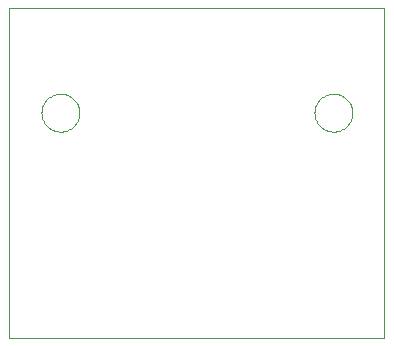
<source format=gtp>
G75*
G70*
%OFA0B0*%
%FSLAX24Y24*%
%IPPOS*%
%LPD*%
%AMOC8*
5,1,8,0,0,1.08239X$1,22.5*
%
%ADD10C,0.0000*%
D10*
X000100Y000100D02*
X000100Y011100D01*
X012600Y011100D01*
X012600Y000100D01*
X000100Y000100D01*
X001170Y007600D02*
X001172Y007650D01*
X001178Y007700D01*
X001188Y007749D01*
X001202Y007797D01*
X001219Y007844D01*
X001240Y007889D01*
X001265Y007933D01*
X001293Y007974D01*
X001325Y008013D01*
X001359Y008050D01*
X001396Y008084D01*
X001436Y008114D01*
X001478Y008141D01*
X001522Y008165D01*
X001568Y008186D01*
X001615Y008202D01*
X001663Y008215D01*
X001713Y008224D01*
X001762Y008229D01*
X001813Y008230D01*
X001863Y008227D01*
X001912Y008220D01*
X001961Y008209D01*
X002009Y008194D01*
X002055Y008176D01*
X002100Y008154D01*
X002143Y008128D01*
X002184Y008099D01*
X002223Y008067D01*
X002259Y008032D01*
X002291Y007994D01*
X002321Y007954D01*
X002348Y007911D01*
X002371Y007867D01*
X002390Y007821D01*
X002406Y007773D01*
X002418Y007724D01*
X002426Y007675D01*
X002430Y007625D01*
X002430Y007575D01*
X002426Y007525D01*
X002418Y007476D01*
X002406Y007427D01*
X002390Y007379D01*
X002371Y007333D01*
X002348Y007289D01*
X002321Y007246D01*
X002291Y007206D01*
X002259Y007168D01*
X002223Y007133D01*
X002184Y007101D01*
X002143Y007072D01*
X002100Y007046D01*
X002055Y007024D01*
X002009Y007006D01*
X001961Y006991D01*
X001912Y006980D01*
X001863Y006973D01*
X001813Y006970D01*
X001762Y006971D01*
X001713Y006976D01*
X001663Y006985D01*
X001615Y006998D01*
X001568Y007014D01*
X001522Y007035D01*
X001478Y007059D01*
X001436Y007086D01*
X001396Y007116D01*
X001359Y007150D01*
X001325Y007187D01*
X001293Y007226D01*
X001265Y007267D01*
X001240Y007311D01*
X001219Y007356D01*
X001202Y007403D01*
X001188Y007451D01*
X001178Y007500D01*
X001172Y007550D01*
X001170Y007600D01*
X010270Y007600D02*
X010272Y007650D01*
X010278Y007700D01*
X010288Y007749D01*
X010302Y007797D01*
X010319Y007844D01*
X010340Y007889D01*
X010365Y007933D01*
X010393Y007974D01*
X010425Y008013D01*
X010459Y008050D01*
X010496Y008084D01*
X010536Y008114D01*
X010578Y008141D01*
X010622Y008165D01*
X010668Y008186D01*
X010715Y008202D01*
X010763Y008215D01*
X010813Y008224D01*
X010862Y008229D01*
X010913Y008230D01*
X010963Y008227D01*
X011012Y008220D01*
X011061Y008209D01*
X011109Y008194D01*
X011155Y008176D01*
X011200Y008154D01*
X011243Y008128D01*
X011284Y008099D01*
X011323Y008067D01*
X011359Y008032D01*
X011391Y007994D01*
X011421Y007954D01*
X011448Y007911D01*
X011471Y007867D01*
X011490Y007821D01*
X011506Y007773D01*
X011518Y007724D01*
X011526Y007675D01*
X011530Y007625D01*
X011530Y007575D01*
X011526Y007525D01*
X011518Y007476D01*
X011506Y007427D01*
X011490Y007379D01*
X011471Y007333D01*
X011448Y007289D01*
X011421Y007246D01*
X011391Y007206D01*
X011359Y007168D01*
X011323Y007133D01*
X011284Y007101D01*
X011243Y007072D01*
X011200Y007046D01*
X011155Y007024D01*
X011109Y007006D01*
X011061Y006991D01*
X011012Y006980D01*
X010963Y006973D01*
X010913Y006970D01*
X010862Y006971D01*
X010813Y006976D01*
X010763Y006985D01*
X010715Y006998D01*
X010668Y007014D01*
X010622Y007035D01*
X010578Y007059D01*
X010536Y007086D01*
X010496Y007116D01*
X010459Y007150D01*
X010425Y007187D01*
X010393Y007226D01*
X010365Y007267D01*
X010340Y007311D01*
X010319Y007356D01*
X010302Y007403D01*
X010288Y007451D01*
X010278Y007500D01*
X010272Y007550D01*
X010270Y007600D01*
M02*

</source>
